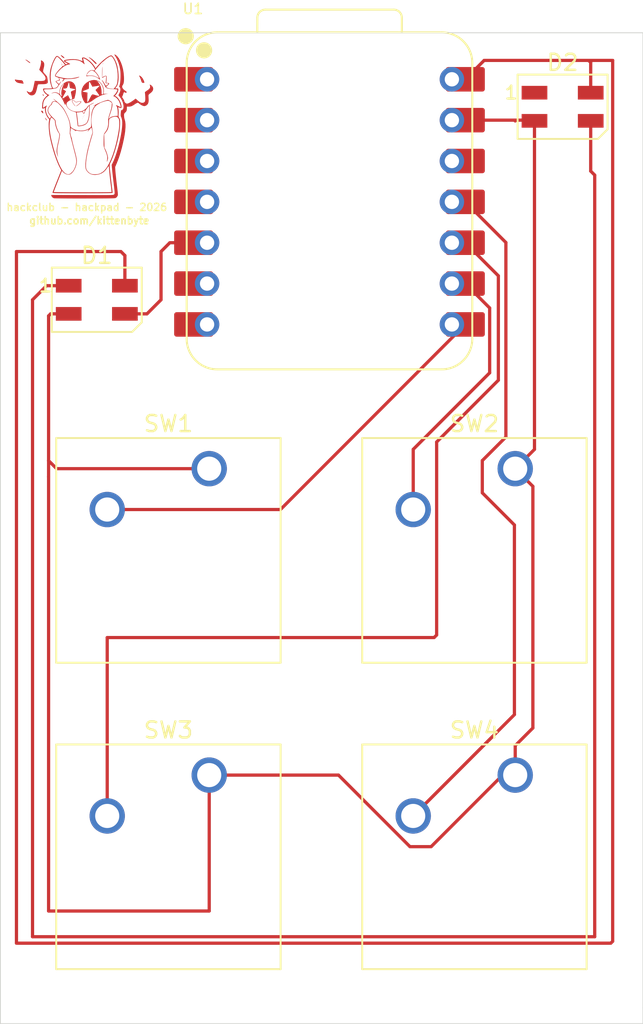
<source format=kicad_pcb>
(kicad_pcb (version 20241229) (generator "pcbnew") (generator_version "9.0")
  (title_block (title "hackclub - hackpad - 2026") (rev "v 1.0"))
  (layers (0 "F.Cu" signal) (2 "B.Cu" signal) (13 "F.Paste" user) (15 "B.Paste" user) (5 "F.SilkS" user "F.Silkscreen") (7 "B.SilkS" user "B.Silkscreen") (1 "F.Mask" user) (3 "B.Mask" user) (25 "Edge.Cuts" user))
  (net 0 "")
  (net 1 "Net-(D1-DOUT)")
  (net 2 "GND")
  (net 3 "Net-(D1-DIN)")
  (net 4 "+5V")
  (net 6 "Net-(U1-GPIO1{slash}RX)")
  (net 7 "Net-(U1-GPIO2{slash}SCK)")
  (net 8 "Net-(U1-GPIO4{slash}MISO)")
  (net 9 "Net-(U1-GPIO3{slash}MOSI)")
  (footprint "Button_Switch_Keyboard:SW_Cherry_MX_1.00u_PCB" (layer "F.Cu") (at 71.84 83.04)
    (property "Reference" "SW1")
    (property "Value" "SW_Push")
  )
  (footprint "Button_Switch_Keyboard:SW_Cherry_MX_1.00u_PCB" (layer "F.Cu") (at 90.89 83.04)
    (property "Reference" "SW2")
    (property "Value" "SW_Push")
  )
  (footprint "LED_SMD:LED_SK6812MINI_PLCC4_3.5x3.5mm_P1.75mm" (layer "F.Cu") (at 93.84 60.54)
    (property "Reference" "D2")
    (property "Value" "SK6812MINI")
  )
  (footprint "Seeed Studio XIAO Series Library:XIAO-RP2040-DIP" (layer "F.Cu") (at 79.3275 66.4525)
    (property "Reference" "U1")
    (property "Value" "XIAO-RP2040-DIP")
  )
  (footprint "lol:logo - Copy" (layer "F.Cu") (at 63.84 61.54)
    (property "Reference" " ")
    (property "Value" "LOGO" (hide yes))
  )
  (footprint "Button_Switch_Keyboard:SW_Cherry_MX_1.00u_PCB" (layer "F.Cu") (at 71.84 102.09)
    (property "Reference" "SW3")
    (property "Value" "SW_Push")
  )
  (footprint "lol:logo" (layer "F.Cu") (at 63.84 61.54)
    (property "Reference" " ")
    (property "Value" "LOGO" (hide yes))
  )
  (footprint "Button_Switch_Keyboard:SW_Cherry_MX_1.00u_PCB" (layer "F.Cu") (at 90.89 102.09)
    (property "Reference" "SW4")
    (property "Value" "SW_Push")
  )
  (footprint "LED_SMD:LED_SK6812MINI_PLCC4_3.5x3.5mm_P1.75mm" (layer "F.Cu") (at 64.84 72.54)
    (property "Reference" "D1")
    (property "Value" "SK6812MINI")
  )
  (gr_line (start 98.84 117.54) (end 98.84 116.54) (stroke (width 0.05)) (layer "Edge.Cuts"))
  (gr_line (start 58.84 117.54) (end 98.84 117.54) (stroke (width 0.05)) (layer "Edge.Cuts"))
  (gr_line (start 72.44 55.94) (end 98.84 55.94) (stroke (width 0.05)) (layer "Edge.Cuts"))
  (gr_line (start 98.84 55.94) (end 98.84 71.54) (stroke (width 0.05)) (layer "Edge.Cuts"))
  (gr_line (start 98.84 71.54) (end 98.84 116.54) (stroke (width 0.05)) (layer "Edge.Cuts"))
  (gr_line (start 72.44 55.94) (end 58.84 55.94) (stroke (width 0.05)) (layer "Edge.Cuts"))
  (gr_line (start 58.84 55.94) (end 58.84 117.54) (stroke (width 0.05)) (layer "Edge.Cuts"))
  (gr_text "hackclub - hackpad - 2026" (at 59.17 67.05 0) (layer "F.SilkS") (effects (font (size 0.45 0.45) (thickness 0.0875)) (justify left bottom)))
  (gr_text "github.com/kittenbyte" (at 60.58 67.88 0) (layer "F.SilkS") (effects (font (size 0.45 0.45) (thickness 0.1)) (justify left bottom)))
  (segment (start 95.84 64.79) (end 95.84 112.139) (width 0.2) (layer "F.Cu") (net 1))
  (segment (start 60.84 112.139) (end 60.84 72.54) (width 0.2) (layer "F.Cu") (net 1))
  (segment (start 95.84 112.139) (end 60.84 112.139) (width 0.2) (layer "F.Cu") (net 1))
  (segment (start 95.59 61.415) (end 95.59 64.54) (width 0.2) (layer "F.Cu") (net 1))
  (segment (start 60.84 72.54) (end 61.715 71.665) (width 0.2) (layer "F.Cu") (net 1))
  (segment (start 95.59 64.54) (end 95.84 64.79) (width 0.2) (layer "F.Cu") (net 1))
  (segment (start 61.715 71.665) (end 63.09 71.665) (width 0.2) (layer "F.Cu") (net 1))
  (segment (start 92.09 81.84) (end 92.09 61.415) (width 0.2) (layer "F.Cu") (net 2))
  (segment (start 90.89 100.261314) (end 91.989999 99.161315) (width 0.2) (layer "F.Cu") (net 2))
  (segment (start 90.89 83.04) (end 92.09 81.84) (width 0.2) (layer "F.Cu") (net 2))
  (segment (start 91.989999 84.139999) (end 90.89 83.04) (width 0.2) (layer "F.Cu") (net 2))
  (segment (start 71.84 102.09) (end 79.88847 102.09) (width 0.2) (layer "F.Cu") (net 2))
  (segment (start 85.655184 106.54) (end 90.105184 102.09) (width 0.2) (layer "F.Cu") (net 2))
  (segment (start 61.84 83.54) (end 61.84 82.54) (width 0.2) (layer "F.Cu") (net 2))
  (segment (start 90.105184 102.09) (end 90.89 102.09) (width 0.2) (layer "F.Cu") (net 2))
  (segment (start 87.7825 61.3725) (end 87.95 61.54) (width 0.2) (layer "F.Cu") (net 2))
  (segment (start 92.0475 61.3725) (end 92.09 61.415) (width 0.2) (layer "F.Cu") (net 2))
  (segment (start 61.84 83.54) (end 61.84 110.54) (width 0.2) (layer "F.Cu") (net 2))
  (segment (start 90.89 100.261314) (end 90.89 102.09) (width 0.2) (layer "F.Cu") (net 2))
  (segment (start 91.989999 99.161315) (end 91.989999 84.139999) (width 0.2) (layer "F.Cu") (net 2))
  (segment (start 90.89 61.4225) (end 90.84 61.3725) (width 0.2) (layer "F.Cu") (net 2))
  (segment (start 84.33847 106.54) (end 85.655184 106.54) (width 0.2) (layer "F.Cu") (net 2))
  (segment (start 71.84 110.54) (end 71.84 102.09) (width 0.2) (layer "F.Cu") (net 2))
  (segment (start 71.84 83.04) (end 62.34 83.04) (width 0.2) (layer "F.Cu") (net 2))
  (segment (start 61.84 110.54) (end 71.84 110.54) (width 0.2) (layer "F.Cu") (net 2))
  (segment (start 61.84 82.54) (end 61.84 73.54) (width 0.2) (layer "F.Cu") (net 2))
  (segment (start 61.84 73.54) (end 61.965 73.415) (width 0.2) (layer "F.Cu") (net 2))
  (segment (start 90.84 61.3725) (end 92.0475 61.3725) (width 0.2) (layer "F.Cu") (net 2))
  (segment (start 62.34 83.04) (end 61.84 82.54) (width 0.2) (layer "F.Cu") (net 2))
  (segment (start 61.965 73.415) (end 63.09 73.415) (width 0.2) (layer "F.Cu") (net 2))
  (segment (start 79.88847 102.09) (end 84.33847 106.54) (width 0.2) (layer "F.Cu") (net 2))
  (segment (start 87.7825 61.3725) (end 90.84 61.3725) (width 0.2) (layer "F.Cu") (net 2))
  (segment (start 68.84 69.54) (end 69.3875 68.9925) (width 0.2) (layer "F.Cu") (net 3))
  (segment (start 66.59 73.415) (end 67.965 73.415) (width 0.2) (layer "F.Cu") (net 3))
  (segment (start 67.965 73.415) (end 68.84 72.54) (width 0.2) (layer "F.Cu") (net 3))
  (segment (start 69.3875 68.9925) (end 70.8725 68.9925) (width 0.2) (layer "F.Cu") (net 3))
  (segment (start 68.84 72.54) (end 68.84 69.54) (width 0.2) (layer "F.Cu") (net 3))
  (segment (start 95.59 57.79) (end 95.59 59.665) (width 0.2) (layer "F.Cu") (net 4))
  (segment (start 96.84 112.54) (end 59.84 112.54) (width 0.2) (layer "F.Cu") (net 4))
  (segment (start 59.84 69.54) (end 59.84 112.54) (width 0.2) (layer "F.Cu") (net 4))
  (segment (start 96.9575 57.6575) (end 96.9575 112.4225) (width 0.2) (layer "F.Cu") (net 4))
  (segment (start 95.4575 57.6575) (end 96.9575 57.6575) (width 0.2) (layer "F.Cu") (net 4))
  (segment (start 96.9575 112.4225) (end 96.84 112.54) (width 0.2) (layer "F.Cu") (net 4))
  (segment (start 87.7825 58.8325) (end 88.9575 57.6575) (width 0.2) (layer "F.Cu") (net 4))
  (segment (start 95.4575 57.6575) (end 88.9575 57.6575) (width 0.2) (layer "F.Cu") (net 4))
  (segment (start 66.59 69.79) (end 66.59 71.665) (width 0.2) (layer "F.Cu") (net 4))
  (segment (start 66.59 69.79) (end 66.34 69.54) (width 0.2) (layer "F.Cu") (net 4))
  (segment (start 95.59 57.79) (end 95.4575 57.6575) (width 0.2) (layer "F.Cu") (net 4))
  (segment (start 59.84 69.54) (end 66.34 69.54) (width 0.2) (layer "F.Cu") (net 4))
  (segment (start 76.275 85.58) (end 65.49 85.58) (width 0.2) (layer "F.Cu") (net 6))
  (segment (start 87.7825 74.0725) (end 76.275 85.58) (width 0.2) (layer "F.Cu") (net 6))
  (segment (start 89.2995 73.0495) (end 89.2995 77.0805) (width 0.2) (layer "F.Cu") (net 7))
  (segment (start 89.2995 77.0805) (end 84.54 81.84) (width 0.2) (layer "F.Cu") (net 7))
  (segment (start 87.7825 71.5325) (end 89.2995 73.0495) (width 0.2) (layer "F.Cu") (net 7))
  (segment (start 84.54 81.84) (end 84.54 85.58) (width 0.2) (layer "F.Cu") (net 7))
  (segment (start 65.49 93.54) (end 85.84 93.54) (width 0.2) (layer "F.Cu") (net 8))
  (segment (start 85.84 93.54) (end 85.999 93.381) (width 0.2) (layer "F.Cu") (net 8))
  (segment (start 85.999 81.381) (end 89.84 77.54) (width 0.2) (layer "F.Cu") (net 8))
  (segment (start 85.999 93.381) (end 85.999 81.381) (width 0.2) (layer "F.Cu") (net 8))
  (segment (start 65.49 104.63) (end 65.49 93.54) (width 0.2) (layer "F.Cu") (net 8))
  (segment (start 89.84 77.54) (end 89.84 71.05) (width 0.2) (layer "F.Cu") (net 8))
  (segment (start 89.84 71.05) (end 87.7825 68.9925) (width 0.2) (layer "F.Cu") (net 8))
  (segment (start 87.7825 66.4525) (end 90.309686 68.979686) (width 0.2) (layer "F.Cu") (net 9))
  (segment (start 90.84 98.33) (end 84.54 104.63) (width 0.2) (layer "F.Cu") (net 9))
  (segment (start 87.7825 66.4525) (end 86.9475 66.4525) (width 0.2) (layer "F.Cu") (net 9))
  (segment (start 88.84 84.54) (end 90.84 86.54) (width 0.2) (layer "F.Cu") (net 9))
  (segment (start 90.309686 81.070314) (end 88.84 82.54) (width 0.2) (layer "F.Cu") (net 9))
  (segment (start 90.309686 68.979686) (end 90.309686 81.070314) (width 0.2) (layer "F.Cu") (net 9))
  (segment (start 88.84 82.54) (end 88.84 84.54) (width 0.2) (layer "F.Cu") (net 9))
  (segment (start 89.489 99.681) (end 84.54 104.63) (width 0.2) (layer "F.Cu") (net 9))
  (segment (start 90.84 86.54) (end 90.84 98.33) (width 0.2) (layer "F.Cu") (net 9))
)
</source>
